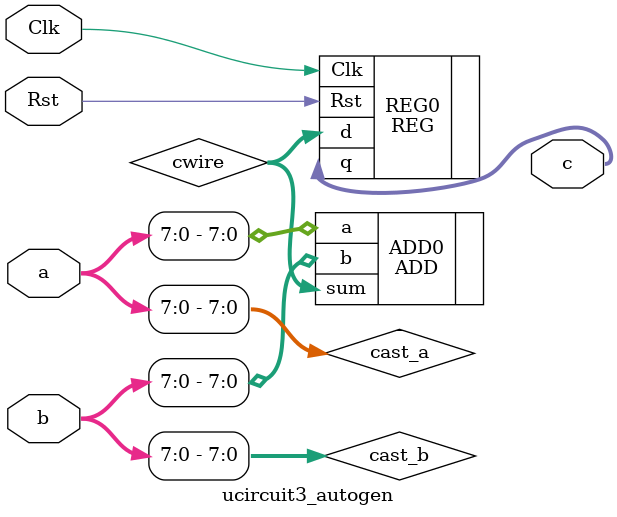
<source format=v>
`timescale 1ns/1ns

module ucircuit3_autogen(a, b, c, Clk, Rst);

    input [31:0] a;
    input [15:0] b;
    input Clk;
    input Rst;

    output [7:0] c;

    wire [7:0] cwire;
    wire [7:0] cast_a;
    wire [7:0] cast_b;

    assign cast_a = a[7:0];
    assign cast_b = b[7:0];

    ADD #(.DATAWIDTH(8)) ADD0(.a(cast_a), .b(cast_b), .sum(cwire));
    REG #(.DATAWIDTH(8)) REG0(.Clk(Clk), .Rst(Rst), .d(cwire), .q(c));

endmodule

</source>
